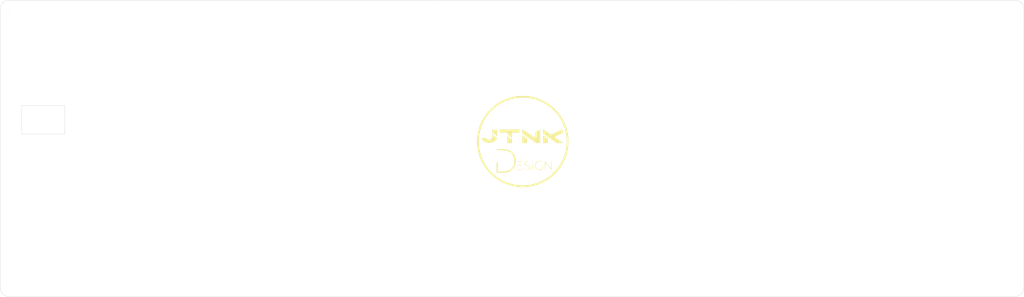
<source format=kicad_pcb>
(kicad_pcb (version 20171130) (host pcbnew "(5.1.12)-1")

  (general
    (thickness 1.6)
    (drawings 14)
    (tracks 0)
    (zones 0)
    (modules 11)
    (nets 1)
  )

  (page A3)
  (layers
    (0 F.Cu signal hide)
    (31 B.Cu signal hide)
    (32 B.Adhes user hide)
    (33 F.Adhes user hide)
    (34 B.Paste user hide)
    (35 F.Paste user hide)
    (36 B.SilkS user hide)
    (37 F.SilkS user)
    (38 B.Mask user hide)
    (39 F.Mask user hide)
    (40 Dwgs.User user hide)
    (41 Cmts.User user hide)
    (42 Eco1.User user hide)
    (43 Eco2.User user hide)
    (44 Edge.Cuts user)
    (45 Margin user hide)
    (46 B.CrtYd user hide)
    (47 F.CrtYd user hide)
    (48 B.Fab user hide)
    (49 F.Fab user hide)
  )

  (setup
    (last_trace_width 0.25)
    (user_trace_width 0.5)
    (user_trace_width 0.5)
    (trace_clearance 0.2)
    (zone_clearance 0.508)
    (zone_45_only no)
    (trace_min 0.2)
    (via_size 0.8)
    (via_drill 0.4)
    (via_min_size 0.4)
    (via_min_drill 0.3)
    (uvia_size 0.3)
    (uvia_drill 0.1)
    (uvias_allowed no)
    (uvia_min_size 0.2)
    (uvia_min_drill 0.1)
    (edge_width 0.1)
    (segment_width 0.2)
    (pcb_text_width 0.3)
    (pcb_text_size 1.5 1.5)
    (mod_edge_width 0.15)
    (mod_text_size 1 1)
    (mod_text_width 0.15)
    (pad_size 2.2 2.2)
    (pad_drill 2.2)
    (pad_to_mask_clearance 0)
    (aux_axis_origin 0 0)
    (visible_elements 7FFFFFFF)
    (pcbplotparams
      (layerselection 0x01000_7ffffffe)
      (usegerberextensions true)
      (usegerberattributes false)
      (usegerberadvancedattributes false)
      (creategerberjobfile false)
      (excludeedgelayer true)
      (linewidth 0.100000)
      (plotframeref false)
      (viasonmask false)
      (mode 1)
      (useauxorigin false)
      (hpglpennumber 1)
      (hpglpenspeed 20)
      (hpglpendiameter 15.000000)
      (psnegative false)
      (psa4output false)
      (plotreference true)
      (plotvalue true)
      (plotinvisibletext false)
      (padsonsilk false)
      (subtractmaskfromsilk false)
      (outputformat 3)
      (mirror false)
      (drillshape 0)
      (scaleselection 1)
      (outputdirectory "../singleLine/"))
  )

  (net 0 "")

  (net_class Default "これはデフォルトのネット クラスです。"
    (clearance 0.2)
    (trace_width 0.25)
    (via_dia 0.8)
    (via_drill 0.4)
    (uvia_dia 0.3)
    (uvia_drill 0.1)
  )

  (module 02_Assemble:logo2 (layer F.Cu) (tedit 0) (tstamp 63B8331A)
    (at 188.11875 64.29375)
    (fp_text reference G*** (at 0 0) (layer F.SilkS) hide
      (effects (font (size 1.524 1.524) (thickness 0.3)))
    )
    (fp_text value LOGO (at 0.75 0) (layer F.SilkS) hide
      (effects (font (size 1.524 1.524) (thickness 0.3)))
    )
    (fp_poly (pts (xy -8.551334 -2.794) (xy -8.55286 -2.384993) (xy -8.557036 -2.045491) (xy -8.563258 -1.806778)
      (xy -8.570923 -1.700139) (xy -8.5725 -1.697391) (xy -8.645778 -1.744795) (xy -8.828733 -1.870435)
      (xy -9.092905 -2.054609) (xy -9.376834 -2.254304) (xy -10.16 -2.807159) (xy -10.16 -3.894667)
      (xy -8.551334 -3.894667) (xy -8.551334 -2.794)) (layer F.SilkS) (width 0.01))
    (fp_poly (pts (xy -1.100667 -2.878667) (xy -3.550077 -2.878667) (xy -3.574205 -2.050025) (xy -3.598334 -1.221383)
      (xy -4.3815 -1.770083) (xy -4.723577 -2.01364) (xy -4.948784 -2.188841) (xy -5.081206 -2.321169)
      (xy -5.144927 -2.436106) (xy -5.164033 -2.559135) (xy -5.164667 -2.598725) (xy -5.164667 -2.878667)
      (xy -7.62 -2.878667) (xy -7.62 -3.979333) (xy -1.100667 -3.979333) (xy -1.100667 -2.878667)) (layer F.SilkS) (width 0.01))
    (fp_poly (pts (xy 13.275671 -3.986084) (xy 13.286896 -3.779322) (xy 13.292409 -3.484188) (xy 13.292666 -3.400114)
      (xy 13.292666 -2.736227) (xy 12.002094 -2.131896) (xy 11.574118 -1.928296) (xy 11.203859 -1.746073)
      (xy 10.916971 -1.598345) (xy 10.739108 -1.498233) (xy 10.69269 -1.462283) (xy 10.753198 -1.396315)
      (xy 10.9329 -1.251097) (xy 11.2108 -1.042359) (xy 11.565905 -0.785829) (xy 11.97722 -0.497239)
      (xy 12.022887 -0.465667) (xy 12.440404 -0.174387) (xy 12.805666 0.08624) (xy 13.097267 0.300461)
      (xy 13.293797 0.452519) (xy 13.37385 0.526658) (xy 13.374624 0.529167) (xy 13.296318 0.552718)
      (xy 13.080334 0.571711) (xy 12.758305 0.58439) (xy 12.361863 0.589003) (xy 12.297833 0.58889)
      (xy 11.218333 0.585114) (xy 9.017 -0.963689) (xy 6.815666 -2.512493) (xy 6.791203 -3.245913)
      (xy 6.787365 -3.574325) (xy 6.797962 -3.826715) (xy 6.820775 -3.96466) (xy 6.833537 -3.979227)
      (xy 6.922312 -3.934366) (xy 7.127679 -3.809897) (xy 7.425835 -3.620885) (xy 7.792975 -3.382395)
      (xy 8.157921 -3.141091) (xy 9.415508 -2.303062) (xy 9.851254 -2.497236) (xy 10.068511 -2.59568)
      (xy 10.405479 -2.75037) (xy 10.828505 -2.945763) (xy 11.303934 -3.166318) (xy 11.757849 -3.377705)
      (xy 12.216394 -3.590919) (xy 12.619938 -3.777147) (xy 12.944368 -3.925376) (xy 13.165569 -4.024593)
      (xy 13.259426 -4.063787) (xy 13.260682 -4.064) (xy 13.275671 -3.986084)) (layer F.SilkS) (width 0.01))
    (fp_poly (pts (xy 7.1755 -1.757318) (xy 7.493126 -1.530227) (xy 7.837353 -1.285913) (xy 7.979833 -1.185421)
      (xy 8.382 -0.902628) (xy 8.382 0.592667) (xy 6.773333 0.592667) (xy 6.773333 -2.046422)
      (xy 7.1755 -1.757318)) (layer F.SilkS) (width 0.01))
    (fp_poly (pts (xy 5.822253 -1.873047) (xy 5.826784 -1.26859) (xy 5.827994 -0.717415) (xy 5.826066 -0.242913)
      (xy 5.821183 0.131521) (xy 5.81353 0.382495) (xy 5.803744 0.485571) (xy 5.710143 0.545409)
      (xy 5.476301 0.580449) (xy 5.08876 0.592621) (xy 5.057358 0.592667) (xy 4.352069 0.592667)
      (xy 2.091368 -0.994171) (xy -0.169334 -2.581008) (xy -0.169334 -3.280171) (xy -0.165222 -3.6264)
      (xy -0.148169 -3.836192) (xy -0.111099 -3.942341) (xy -0.046937 -3.977642) (xy -0.018488 -3.979333)
      (xy 0.087887 -3.932214) (xy 0.312859 -3.799194) (xy 0.637224 -3.592782) (xy 1.041778 -3.325486)
      (xy 1.507314 -3.009813) (xy 2.014629 -2.658272) (xy 2.077012 -2.614545) (xy 2.586176 -2.258344)
      (xy 3.053081 -1.933876) (xy 3.458969 -1.654004) (xy 3.785083 -1.43159) (xy 4.012663 -1.279497)
      (xy 4.122952 -1.210588) (xy 4.1275 -1.208487) (xy 4.176125 -1.230532) (xy 4.208294 -1.355455)
      (xy 4.226481 -1.603962) (xy 4.23316 -1.996758) (xy 4.233333 -2.094032) (xy 4.233333 -3.020848)
      (xy 5.0165 -3.572709) (xy 5.799666 -4.124569) (xy 5.822253 -1.873047)) (layer F.SilkS) (width 0.01))
    (fp_poly (pts (xy 0.072291 -1.892148) (xy 0.260489 -1.767949) (xy 0.533427 -1.585071) (xy 0.836067 -1.380417)
      (xy 0.873943 -1.354667) (xy 1.43397 -0.973667) (xy 1.436651 -0.1905) (xy 1.439333 0.592667)
      (xy -0.169334 0.592667) (xy -0.169334 -2.048629) (xy 0.072291 -1.892148)) (layer F.SilkS) (width 0.01))
    (fp_poly (pts (xy -4.923042 -1.638148) (xy -4.734844 -1.513949) (xy -4.461906 -1.331071) (xy -4.159266 -1.126417)
      (xy -4.121391 -1.100667) (xy -3.561364 -0.719667) (xy -3.556 0.592667) (xy -5.164667 0.592667)
      (xy -5.164667 -1.794629) (xy -4.923042 -1.638148)) (layer F.SilkS) (width 0.01))
    (fp_poly (pts (xy -9.546167 -1.861736) (xy -9.249455 -1.650879) (xy -8.990075 -1.466195) (xy -8.810679 -1.338065)
      (xy -8.773651 -1.311462) (xy -8.655642 -1.132502) (xy -8.663646 -0.880902) (xy -8.788872 -0.586498)
      (xy -9.022531 -0.279129) (xy -9.101211 -0.199568) (xy -9.582651 0.151719) (xy -10.166872 0.397141)
      (xy -10.817387 0.527161) (xy -11.497711 0.532238) (xy -11.767656 0.497549) (xy -12.425364 0.312999)
      (xy -12.979155 0.001928) (xy -13.203977 -0.190049) (xy -13.394381 -0.412694) (xy -13.565878 -0.674796)
      (xy -13.683709 -0.917593) (xy -13.716 -1.055614) (xy -13.637601 -1.07535) (xy -13.427441 -1.090692)
      (xy -13.123079 -1.099446) (xy -12.945019 -1.100667) (xy -12.575696 -1.097373) (xy -12.335704 -1.081524)
      (xy -12.185081 -1.044168) (xy -12.083861 -0.976353) (xy -12.009146 -0.891041) (xy -11.739098 -0.674516)
      (xy -11.38646 -0.566009) (xy -10.99985 -0.566499) (xy -10.627888 -0.676961) (xy -10.359707 -0.857903)
      (xy -10.254388 -0.977751) (xy -10.193924 -1.122118) (xy -10.166426 -1.33945) (xy -10.16 -1.671529)
      (xy -10.16 -2.297541) (xy -9.546167 -1.861736)) (layer F.SilkS) (width 0.01))
    (fp_poly (pts (xy -0.597694 6.610882) (xy -0.290438 6.631046) (xy -0.139508 6.663764) (xy -0.127 6.688667)
      (xy -0.229956 6.724362) (xy -0.468769 6.752202) (xy -0.810036 6.769298) (xy -1.105664 6.773333)
      (xy -1.524333 6.765936) (xy -1.830503 6.745071) (xy -2.002388 6.71273) (xy -2.032 6.688667)
      (xy -1.950818 6.651055) (xy -1.720812 6.623358) (xy -1.362298 6.607333) (xy -1.053337 6.604)
      (xy -0.597694 6.610882)) (layer F.SilkS) (width 0.01))
    (fp_poly (pts (xy 3.365645 6.676456) (xy 3.386666 6.815667) (xy 3.357684 6.974781) (xy 3.302 7.027333)
      (xy 3.238354 6.954877) (xy 3.217333 6.815667) (xy 3.246315 6.656552) (xy 3.302 6.604)
      (xy 3.365645 6.676456)) (layer F.SilkS) (width 0.01))
    (fp_poly (pts (xy -0.736077 7.966356) (xy -0.440046 7.987967) (xy -0.277855 8.021315) (xy -0.254 8.043333)
      (xy -0.334739 8.082088) (xy -0.561656 8.110281) (xy -0.911805 8.125728) (xy -1.143 8.128)
      (xy -1.549924 8.12031) (xy -1.845955 8.098699) (xy -2.008146 8.065352) (xy -2.032 8.043333)
      (xy -1.951262 8.004579) (xy -1.724345 7.976385) (xy -1.374196 7.960938) (xy -1.143 7.958667)
      (xy -0.736077 7.966356)) (layer F.SilkS) (width 0.01))
    (fp_poly (pts (xy 0.575929 8.958191) (xy 0.715261 9.109116) (xy 0.747272 9.148684) (xy 0.855909 9.323199)
      (xy 0.844246 9.393944) (xy 0.733694 9.349841) (xy 0.592666 9.228667) (xy 0.462869 9.063821)
      (xy 0.423834 8.938641) (xy 0.486833 8.894684) (xy 0.575929 8.958191)) (layer F.SilkS) (width 0.01))
    (fp_poly (pts (xy 9.593429 6.680214) (xy 9.619663 6.913488) (xy 9.639654 7.293363) (xy 9.650684 7.816101)
      (xy 9.652 8.1026) (xy 9.648219 8.578183) (xy 9.637718 8.982556) (xy 9.62176 9.290673)
      (xy 9.601608 9.477489) (xy 9.580509 9.520766) (xy 9.499178 9.421466) (xy 9.341654 9.22337)
      (xy 9.135625 8.961409) (xy 9.030176 8.8265) (xy 8.735299 8.449797) (xy 8.401676 8.025558)
      (xy 8.096085 7.638678) (xy 8.0645 7.598833) (xy 7.577666 6.985) (xy 7.535333 8.283521)
      (xy 7.516966 8.724551) (xy 7.493942 9.09307) (xy 7.468583 9.362011) (xy 7.443208 9.504305)
      (xy 7.4295 9.518243) (xy 7.407051 9.416592) (xy 7.38961 9.183982) (xy 7.377171 8.853708)
      (xy 7.369728 8.459066) (xy 7.367275 8.033351) (xy 7.369804 7.609858) (xy 7.377311 7.221884)
      (xy 7.389788 6.902723) (xy 7.407229 6.685671) (xy 7.429629 6.604024) (xy 7.430048 6.604)
      (xy 7.500083 6.667498) (xy 7.656284 6.844099) (xy 7.881216 7.112964) (xy 8.157444 7.453252)
      (xy 8.467215 7.843717) (xy 9.440333 9.083434) (xy 9.463763 7.843717) (xy 9.480434 7.287904)
      (xy 9.504455 6.897386) (xy 9.533107 6.668424) (xy 9.563671 6.59728) (xy 9.593429 6.680214)) (layer F.SilkS) (width 0.01))
    (fp_poly (pts (xy 6.012799 6.612826) (xy 6.336701 6.720414) (xy 6.531512 6.838846) (xy 6.574109 6.900412)
      (xy 6.473441 6.900208) (xy 6.238459 6.833329) (xy 6.172707 6.81029) (xy 5.693617 6.711431)
      (xy 5.237593 6.753049) (xy 4.836296 6.92439) (xy 4.521392 7.214702) (xy 4.400868 7.412048)
      (xy 4.255708 7.879393) (xy 4.260956 8.339489) (xy 4.409109 8.760554) (xy 4.692666 9.110805)
      (xy 4.826 9.213137) (xy 5.01944 9.324282) (xy 5.216174 9.37911) (xy 5.480272 9.390239)
      (xy 5.683448 9.381977) (xy 6.067651 9.346076) (xy 6.313113 9.269945) (xy 6.450028 9.124913)
      (xy 6.508593 8.882309) (xy 6.519333 8.588296) (xy 6.531793 8.302105) (xy 6.564262 8.08855)
      (xy 6.604 8.001) (xy 6.650313 8.049426) (xy 6.679201 8.2527) (xy 6.688666 8.578932)
      (xy 6.684338 8.905912) (xy 6.662374 9.108995) (xy 6.6093 9.23357) (xy 6.511646 9.325023)
      (xy 6.455833 9.363325) (xy 6.208759 9.466947) (xy 5.862065 9.535501) (xy 5.715 9.548992)
      (xy 5.36988 9.552661) (xy 5.103419 9.501315) (xy 4.830465 9.378965) (xy 4.463176 9.096169)
      (xy 4.21616 8.72757) (xy 4.089154 8.306298) (xy 4.081895 7.865484) (xy 4.194123 7.438258)
      (xy 4.425574 7.057751) (xy 4.775986 6.757094) (xy 4.851543 6.714082) (xy 5.18822 6.606202)
      (xy 5.600712 6.572558) (xy 6.012799 6.612826)) (layer F.SilkS) (width 0.01))
    (fp_poly (pts (xy 3.338677 7.532178) (xy 3.365953 7.764467) (xy 3.382357 8.129162) (xy 3.386666 8.509)
      (xy 3.384551 8.909932) (xy 3.378775 9.241175) (xy 3.370194 9.470669) (xy 3.359662 9.566353)
      (xy 3.358444 9.567333) (xy 3.282185 9.519003) (xy 3.273777 9.510889) (xy 3.245366 9.403386)
      (xy 3.226751 9.174242) (xy 3.217391 8.863024) (xy 3.216745 8.509304) (xy 3.224269 8.152652)
      (xy 3.239423 7.832638) (xy 3.261663 7.588831) (xy 3.290448 7.460801) (xy 3.302 7.450667)
      (xy 3.338677 7.532178)) (layer F.SilkS) (width 0.01))
    (fp_poly (pts (xy 1.575201 6.560652) (xy 1.596374 6.56852) (xy 1.633337 6.616843) (xy 1.513338 6.666649)
      (xy 1.366804 6.6983) (xy 1.02429 6.793744) (xy 0.806305 6.942538) (xy 0.669673 7.174581)
      (xy 0.666263 7.183449) (xy 0.643142 7.441172) (xy 0.783535 7.659056) (xy 1.086001 7.835516)
      (xy 1.333996 7.917948) (xy 1.878001 8.092433) (xy 2.262632 8.278165) (xy 2.497817 8.483177)
      (xy 2.593487 8.715502) (xy 2.576955 8.923617) (xy 2.430985 9.197167) (xy 2.174628 9.4212)
      (xy 1.866754 9.551281) (xy 1.724173 9.567333) (xy 1.535013 9.546888) (xy 1.477022 9.493016)
      (xy 1.481666 9.482667) (xy 1.600795 9.41215) (xy 1.702534 9.398) (xy 1.974761 9.338583)
      (xy 2.223555 9.188599) (xy 2.384774 8.99045) (xy 2.405128 8.933552) (xy 2.426584 8.724197)
      (xy 2.362189 8.551817) (xy 2.193723 8.402988) (xy 1.902967 8.264289) (xy 1.4717 8.122295)
      (xy 1.201647 8.046933) (xy 0.934754 7.948153) (xy 0.716025 7.821864) (xy 0.67248 7.784481)
      (xy 0.542319 7.547644) (xy 0.514968 7.24689) (xy 0.593187 6.954918) (xy 0.638099 6.879267)
      (xy 0.812106 6.734008) (xy 1.073979 6.617022) (xy 1.352188 6.551504) (xy 1.575201 6.560652)) (layer F.SilkS) (width 0.01))
    (fp_poly (pts (xy -0.625096 9.405057) (xy -0.306269 9.425044) (xy -0.122301 9.456182) (xy -0.084667 9.482667)
      (xy -0.165827 9.520339) (xy -0.395676 9.548063) (xy -0.753767 9.564061) (xy -1.058334 9.567333)
      (xy -1.491572 9.560276) (xy -1.810399 9.540289) (xy -1.994366 9.509151) (xy -2.032 9.482667)
      (xy -1.95084 9.444994) (xy -1.720991 9.41727) (xy -1.362901 9.401272) (xy -1.058334 9.398)
      (xy -0.625096 9.405057)) (layer F.SilkS) (width 0.01))
    (fp_poly (pts (xy -6.461695 2.631758) (xy -5.889142 2.656442) (xy -5.423463 2.703826) (xy -5.033659 2.779024)
      (xy -4.688732 2.887144) (xy -4.357681 3.033299) (xy -4.202302 3.114286) (xy -3.600853 3.532197)
      (xy -3.106873 4.063634) (xy -2.726358 4.686559) (xy -2.465304 5.378937) (xy -2.329709 6.118729)
      (xy -2.325569 6.8839) (xy -2.458882 7.652411) (xy -2.735643 8.402227) (xy -2.753369 8.438863)
      (xy -3.158361 9.08208) (xy -3.684823 9.608306) (xy -4.329677 10.015276) (xy -5.089847 10.300727)
      (xy -5.377811 10.370499) (xy -5.633421 10.408893) (xy -5.991735 10.441666) (xy -6.420206 10.468107)
      (xy -6.886291 10.487505) (xy -7.357443 10.49915) (xy -7.801119 10.502332) (xy -8.184772 10.496342)
      (xy -8.475858 10.480467) (xy -8.641832 10.453999) (xy -8.664223 10.442222) (xy -8.681507 10.343926)
      (xy -8.696652 10.102906) (xy -8.708793 9.745766) (xy -8.717063 9.299112) (xy -8.720599 8.789548)
      (xy -8.720667 8.706555) (xy -8.720667 7.027333) (xy -8.297334 7.027333) (xy -8.297334 10.075333)
      (xy -7.087456 10.075333) (xy -6.263309 10.051167) (xy -5.575739 9.972706) (xy -4.998174 9.831005)
      (xy -4.504044 9.617119) (xy -4.066776 9.322103) (xy -3.659801 8.937012) (xy -3.639079 8.914477)
      (xy -3.251081 8.391386) (xy -2.98979 7.799081) (xy -2.844195 7.109423) (xy -2.816672 6.812266)
      (xy -2.833919 5.981634) (xy -2.995296 5.235619) (xy -3.295216 4.581521) (xy -3.728091 4.026637)
      (xy -4.288334 3.578267) (xy -4.970358 3.243708) (xy -5.702542 3.042334) (xy -5.936684 3.014194)
      (xy -6.297497 2.990476) (xy -6.742335 2.973142) (xy -7.228555 2.964153) (xy -7.41989 2.963333)
      (xy -7.914757 2.96227) (xy -8.265154 2.956923) (xy -8.49594 2.944057) (xy -8.631974 2.920434)
      (xy -8.698118 2.88282) (xy -8.719229 2.827977) (xy -8.720667 2.794) (xy -8.713537 2.734214)
      (xy -8.676942 2.69045) (xy -8.588073 2.660214) (xy -8.424122 2.641013) (xy -8.162282 2.630352)
      (xy -7.779744 2.625737) (xy -7.253701 2.624674) (xy -7.172122 2.624667) (xy -6.461695 2.631758)) (layer F.SilkS) (width 0.01))
    (fp_poly (pts (xy 0.65935 -15.110893) (xy 1.183581 -15.103027) (xy 1.606875 -15.08708) (xy 1.963409 -15.060734)
      (xy 2.287364 -15.02167) (xy 2.61292 -14.967566) (xy 2.864594 -14.918586) (xy 4.451143 -14.511293)
      (xy 5.984482 -13.94365) (xy 7.460513 -13.21736) (xy 8.551333 -12.553789) (xy 9.140037 -12.12503)
      (xy 9.784862 -11.58822) (xy 10.450552 -10.977875) (xy 11.101856 -10.328508) (xy 11.703517 -9.674634)
      (xy 12.220283 -9.050766) (xy 12.458734 -8.728391) (xy 13.304852 -7.38016) (xy 13.996202 -5.976995)
      (xy 14.53381 -4.530311) (xy 14.918704 -3.051523) (xy 15.151909 -1.552044) (xy 15.234452 -0.04329)
      (xy 15.167358 1.463325) (xy 14.951654 2.956385) (xy 14.588367 4.424478) (xy 14.078522 5.856187)
      (xy 13.423145 7.240098) (xy 12.623263 8.564797) (xy 11.679903 9.818868) (xy 10.694794 10.891877)
      (xy 9.514012 11.945621) (xy 8.236449 12.862806) (xy 6.870399 13.63966) (xy 5.424158 14.27241)
      (xy 3.906023 14.757285) (xy 2.324289 15.090512) (xy 1.143 15.235087) (xy 0.662763 15.274929)
      (xy 0.288544 15.299082) (xy -0.032868 15.307383) (xy -0.354685 15.29967) (xy -0.730117 15.27578)
      (xy -1.212377 15.23555) (xy -1.302711 15.227612) (xy -2.877189 15.006027) (xy -4.403731 14.627221)
      (xy -5.872013 14.098362) (xy -7.271713 13.426617) (xy -8.592509 12.619155) (xy -9.824078 11.683144)
      (xy -10.956097 10.62575) (xy -11.978245 9.454144) (xy -12.880199 8.175491) (xy -13.651636 6.796961)
      (xy -13.756543 6.579712) (xy -14.365427 5.099757) (xy -14.812723 3.58479) (xy -15.09943 2.046575)
      (xy -15.226545 0.496876) (xy -15.203663 -0.629353) (xy -14.597285 -0.629353) (xy -14.589142 0.856414)
      (xy -14.431021 2.329529) (xy -14.12547 3.778084) (xy -13.675036 5.190172) (xy -13.082266 6.553884)
      (xy -12.349707 7.857313) (xy -11.479906 9.088551) (xy -10.47541 10.23569) (xy -9.338766 11.286823)
      (xy -9.271 11.342818) (xy -8.069386 12.224293) (xy -6.757054 12.990992) (xy -5.357713 13.631109)
      (xy -3.895071 14.132843) (xy -3.396498 14.267562) (xy -2.533352 14.44143) (xy -1.561857 14.562383)
      (xy -0.535313 14.627929) (xy 0.492977 14.635574) (xy 1.469711 14.582825) (xy 2.012834 14.520582)
      (xy 3.260492 14.293708) (xy 4.434714 13.971461) (xy 5.599469 13.534571) (xy 6.241045 13.247017)
      (xy 7.604309 12.514798) (xy 8.85854 11.661149) (xy 9.999942 10.697013) (xy 11.024719 9.63333)
      (xy 11.929073 8.481042) (xy 12.70921 7.251092) (xy 13.361331 5.95442) (xy 13.881641 4.601969)
      (xy 14.266342 3.204679) (xy 14.51164 1.773493) (xy 14.613737 0.319353) (xy 14.568836 -1.146801)
      (xy 14.373142 -2.614026) (xy 14.022857 -4.07138) (xy 13.514186 -5.507923) (xy 13.079143 -6.460784)
      (xy 12.406553 -7.676516) (xy 11.657968 -8.772232) (xy 10.801076 -9.791516) (xy 10.043952 -10.554711)
      (xy 8.862019 -11.562252) (xy 7.614324 -12.4206) (xy 6.311567 -13.131648) (xy 4.964447 -13.697292)
      (xy 3.583665 -14.119425) (xy 2.179919 -14.399942) (xy 0.763908 -14.540738) (xy -0.653667 -14.543706)
      (xy -2.062108 -14.410741) (xy -3.450714 -14.143737) (xy -4.808787 -13.744589) (xy -6.125627 -13.21519)
      (xy -7.390535 -12.557436) (xy -8.59281 -11.77322) (xy -9.721754 -10.864437) (xy -10.766668 -9.832981)
      (xy -11.716851 -8.680747) (xy -12.561604 -7.409629) (xy -13.079144 -6.460784) (xy -13.696381 -5.043488)
      (xy -14.153452 -3.591212) (xy -14.452904 -2.115864) (xy -14.597285 -0.629353) (xy -15.203663 -0.629353)
      (xy -15.195064 -1.052546) (xy -15.005986 -2.589926) (xy -14.660307 -4.103501) (xy -14.159025 -5.581509)
      (xy -13.503137 -7.012186) (xy -12.69364 -8.383769) (xy -12.458735 -8.728391) (xy -12.004686 -9.320501)
      (xy -11.446063 -9.961882) (xy -10.818122 -10.618021) (xy -10.156114 -11.254403) (xy -9.495296 -11.836513)
      (xy -8.87092 -12.329838) (xy -8.551334 -12.553789) (xy -7.122039 -13.400618) (xy -5.632293 -14.090106)
      (xy -4.086194 -14.620551) (xy -2.864595 -14.918586) (xy -2.517059 -14.984814) (xy -2.195467 -15.034352)
      (xy -1.865638 -15.069519) (xy -1.493392 -15.092634) (xy -1.044551 -15.106017) (xy -0.484934 -15.111988)
      (xy 0 -15.113) (xy 0.65935 -15.110893)) (layer F.SilkS) (width 0.01))
  )

  (module kbd_Hole:m2_Screw_Hole_EdgeCuts (layer B.Cu) (tedit 5DA73E67) (tstamp 639D7FAE)
    (at 257.17475 19.05 180)
    (descr "Mounting Hole 2.2mm, no annular, M2")
    (tags "mounting hole 2.2mm no annular m2")
    (path /6291030E)
    (attr virtual)
    (fp_text reference J11 (at 0 3.2) (layer B.Fab) hide
      (effects (font (size 1 1) (thickness 0.15)) (justify mirror))
    )
    (fp_text value Conn_01x01 (at 0 -3.2) (layer B.Fab) hide
      (effects (font (size 1 1) (thickness 0.15)) (justify mirror))
    )
    (fp_circle (center 0 0) (end 1.1 0) (layer Edge.Cuts) (width 0.01))
    (fp_text user %R (at 0.3 0) (layer B.Fab) hide
      (effects (font (size 1 1) (thickness 0.15)) (justify mirror))
    )
  )

  (module kbd_Hole:m2_Screw_Hole_EdgeCuts (layer B.Cu) (tedit 5DA73E67) (tstamp 639D7ECC)
    (at 159.54375 19.05 180)
    (descr "Mounting Hole 2.2mm, no annular, M2")
    (tags "mounting hole 2.2mm no annular m2")
    (path /6291030E)
    (attr virtual)
    (fp_text reference J8 (at 0 3.2) (layer B.Fab) hide
      (effects (font (size 1 1) (thickness 0.15)) (justify mirror))
    )
    (fp_text value Conn_01x01 (at 0 -3.2) (layer B.Fab) hide
      (effects (font (size 1 1) (thickness 0.15)) (justify mirror))
    )
    (fp_circle (center 0 0) (end 1.1 0) (layer Edge.Cuts) (width 0.01))
    (fp_text user %R (at 0.3 0) (layer B.Fab) hide
      (effects (font (size 1 1) (thickness 0.15)) (justify mirror))
    )
  )

  (module kbd_Hole:m2_Screw_Hole_EdgeCuts (layer B.Cu) (tedit 5DA73E67) (tstamp 60A2FD6A)
    (at 353.01875 21.55 180)
    (descr "Mounting Hole 2.2mm, no annular, M2")
    (tags "mounting hole 2.2mm no annular m2")
    (path /64540388)
    (attr virtual)
    (fp_text reference J2 (at 0 3.2) (layer B.Fab) hide
      (effects (font (size 1 1) (thickness 0.15)) (justify mirror))
    )
    (fp_text value Conn_01x01 (at 0 -3.2) (layer B.Fab) hide
      (effects (font (size 1 1) (thickness 0.15)) (justify mirror))
    )
    (fp_circle (center 0 0) (end 1.1 0) (layer Edge.Cuts) (width 0.01))
    (fp_text user %R (at 0.3 0) (layer B.Fab) hide
      (effects (font (size 1 1) (thickness 0.15)) (justify mirror))
    )
  )

  (module kbd_Hole:m2_Screw_Hole_EdgeCuts (layer B.Cu) (tedit 5DA73E67) (tstamp 639D7F91)
    (at 257.17475 111.919 180)
    (descr "Mounting Hole 2.2mm, no annular, M2")
    (tags "mounting hole 2.2mm no annular m2")
    (path /6291030E)
    (attr virtual)
    (fp_text reference J10 (at 0 3.2) (layer B.Fab) hide
      (effects (font (size 1 1) (thickness 0.15)) (justify mirror))
    )
    (fp_text value Conn_01x01 (at 0 -3.2) (layer B.Fab) hide
      (effects (font (size 1 1) (thickness 0.15)) (justify mirror))
    )
    (fp_circle (center 0 0) (end 1.1 0) (layer Edge.Cuts) (width 0.01))
    (fp_text user %R (at 0.3 0) (layer B.Fab) hide
      (effects (font (size 1 1) (thickness 0.15)) (justify mirror))
    )
  )

  (module kbd_Hole:m2_Screw_Hole_EdgeCuts (layer B.Cu) (tedit 5DA73E67) (tstamp 639D7F74)
    (at 159.54375 111.919 180)
    (descr "Mounting Hole 2.2mm, no annular, M2")
    (tags "mounting hole 2.2mm no annular m2")
    (path /6291030E)
    (attr virtual)
    (fp_text reference J9 (at 0 3.2) (layer B.Fab) hide
      (effects (font (size 1 1) (thickness 0.15)) (justify mirror))
    )
    (fp_text value Conn_01x01 (at 0 -3.2) (layer B.Fab) hide
      (effects (font (size 1 1) (thickness 0.15)) (justify mirror))
    )
    (fp_circle (center 0 0) (end 1.1 0) (layer Edge.Cuts) (width 0.01))
    (fp_text user %R (at 0.3 0) (layer B.Fab) hide
      (effects (font (size 1 1) (thickness 0.15)) (justify mirror))
    )
  )

  (module kbd_Hole:m2_Screw_Hole_EdgeCuts (layer B.Cu) (tedit 5DA73E67) (tstamp 60A2FD88)
    (at 16.66875 111.919 180)
    (descr "Mounting Hole 2.2mm, no annular, M2")
    (tags "mounting hole 2.2mm no annular m2")
    (path /5CC9EE92)
    (attr virtual)
    (fp_text reference J7 (at 0 3.2) (layer B.Fab) hide
      (effects (font (size 1 1) (thickness 0.15)) (justify mirror))
    )
    (fp_text value Conn_01x01 (at 0 -3.2) (layer B.Fab) hide
      (effects (font (size 1 1) (thickness 0.15)) (justify mirror))
    )
    (fp_circle (center 0 0) (end 1.1 0) (layer Edge.Cuts) (width 0.01))
    (fp_text user %R (at 0.3 0) (layer B.Fab) hide
      (effects (font (size 1 1) (thickness 0.15)) (justify mirror))
    )
  )

  (module kbd_Hole:m2_Screw_Hole_EdgeCuts (layer B.Cu) (tedit 5DA73E67) (tstamp 60A2FD82)
    (at 16.66875 66.65 180)
    (descr "Mounting Hole 2.2mm, no annular, M2")
    (tags "mounting hole 2.2mm no annular m2")
    (path /5CC48CEB)
    (attr virtual)
    (fp_text reference J6 (at 0 3.2) (layer B.Fab) hide
      (effects (font (size 1 1) (thickness 0.15)) (justify mirror))
    )
    (fp_text value Conn_01x01 (at 0 -3.2) (layer B.Fab) hide
      (effects (font (size 1 1) (thickness 0.15)) (justify mirror))
    )
    (fp_circle (center 0 0) (end 1.1 0) (layer Edge.Cuts) (width 0.01))
    (fp_text user %R (at 0.3 0) (layer B.Fab) hide
      (effects (font (size 1 1) (thickness 0.15)) (justify mirror))
    )
  )

  (module kbd_Hole:m2_Screw_Hole_EdgeCuts (layer B.Cu) (tedit 5DA73E67) (tstamp 60A2FD7C)
    (at 16.66875 21.4312 180)
    (descr "Mounting Hole 2.2mm, no annular, M2")
    (tags "mounting hole 2.2mm no annular m2")
    (path /6291030E)
    (attr virtual)
    (fp_text reference J5 (at 0 3.2) (layer B.Fab) hide
      (effects (font (size 1 1) (thickness 0.15)) (justify mirror))
    )
    (fp_text value Conn_01x01 (at 0 -3.2) (layer B.Fab) hide
      (effects (font (size 1 1) (thickness 0.15)) (justify mirror))
    )
    (fp_circle (center 0 0) (end 1.1 0) (layer Edge.Cuts) (width 0.01))
    (fp_text user %R (at 0.3 0) (layer B.Fab) hide
      (effects (font (size 1 1) (thickness 0.15)) (justify mirror))
    )
  )

  (module kbd_Hole:m2_Screw_Hole_EdgeCuts (layer B.Cu) (tedit 5DA73E67) (tstamp 60A2FD76)
    (at 353.01875 111.75 180)
    (descr "Mounting Hole 2.2mm, no annular, M2")
    (tags "mounting hole 2.2mm no annular m2")
    (path /629102F3)
    (attr virtual)
    (fp_text reference J4 (at 0 3.2) (layer B.Fab) hide
      (effects (font (size 1 1) (thickness 0.15)) (justify mirror))
    )
    (fp_text value Conn_01x01 (at 0 -3.2) (layer B.Fab) hide
      (effects (font (size 1 1) (thickness 0.15)) (justify mirror))
    )
    (fp_circle (center 0 0) (end 1.1 0) (layer Edge.Cuts) (width 0.01))
    (fp_text user %R (at 0.3 0) (layer B.Fab) hide
      (effects (font (size 1 1) (thickness 0.15)) (justify mirror))
    )
  )

  (module kbd_Hole:m2_Screw_Hole_EdgeCuts (layer B.Cu) (tedit 5DA73E67) (tstamp 60A2FD70)
    (at 353.01875 66.65 180)
    (descr "Mounting Hole 2.2mm, no annular, M2")
    (tags "mounting hole 2.2mm no annular m2")
    (path /6454039C)
    (attr virtual)
    (fp_text reference J3 (at 0 3.2) (layer B.Fab) hide
      (effects (font (size 1 1) (thickness 0.15)) (justify mirror))
    )
    (fp_text value Conn_01x01 (at 0 -3.2) (layer B.Fab) hide
      (effects (font (size 1 1) (thickness 0.15)) (justify mirror))
    )
    (fp_circle (center 0 0) (end 1.1 0) (layer Edge.Cuts) (width 0.01))
    (fp_text user %R (at 0.3 0) (layer B.Fab) hide
      (effects (font (size 1 1) (thickness 0.15)) (justify mirror))
    )
  )

  (gr_line (start 21.43125 52.3875) (end 23.8125 52.3875) (layer Edge.Cuts) (width 0.1) (tstamp 63B28773))
  (gr_line (start 21.43125 61.9125) (end 21.43125 52.3875) (layer Edge.Cuts) (width 0.1))
  (gr_line (start 35.71875 61.9125) (end 21.43125 61.9125) (layer Edge.Cuts) (width 0.1))
  (gr_line (start 35.71875 52.3875) (end 35.71875 61.9125) (layer Edge.Cuts) (width 0.1))
  (gr_line (start 23.8125 52.3875) (end 35.71875 52.3875) (layer Edge.Cuts) (width 0.1))
  (gr_line (start 354.81875 20.25) (end 354.81875 113.05) (layer Edge.Cuts) (width 0.1) (tstamp 639D7A50))
  (gr_text "Put the ProMicro between here and there." (at 332 34.15 270) (layer F.Fab) (tstamp 60688E07)
    (effects (font (size 1 1) (thickness 0.15)))
  )
  (gr_arc (start 351.81875 113.05) (end 354.81875 113.05) (angle 90) (layer Edge.Cuts) (width 0.1) (tstamp 60576F55))
  (gr_arc (start 351.81875 20.25) (end 351.81875 17.25) (angle 90) (layer Edge.Cuts) (width 0.1) (tstamp 60576F20))
  (gr_arc (start 17.2875 20.25) (end 14.2875 20.25) (angle 90) (layer Edge.Cuts) (width 0.1) (tstamp 60576ED8))
  (gr_arc (start 17.2875 113.05) (end 17.2875 116.05) (angle 90) (layer Edge.Cuts) (width 0.1))
  (gr_line (start 14.2875 113.05) (end 14.2875 20.25) (layer Edge.Cuts) (width 0.1))
  (gr_line (start 351.81875 116.05) (end 17.2875 116.05) (layer Edge.Cuts) (width 0.1))
  (gr_line (start 17.2875 17.25) (end 351.81875 17.25) (layer Edge.Cuts) (width 0.1))

)

</source>
